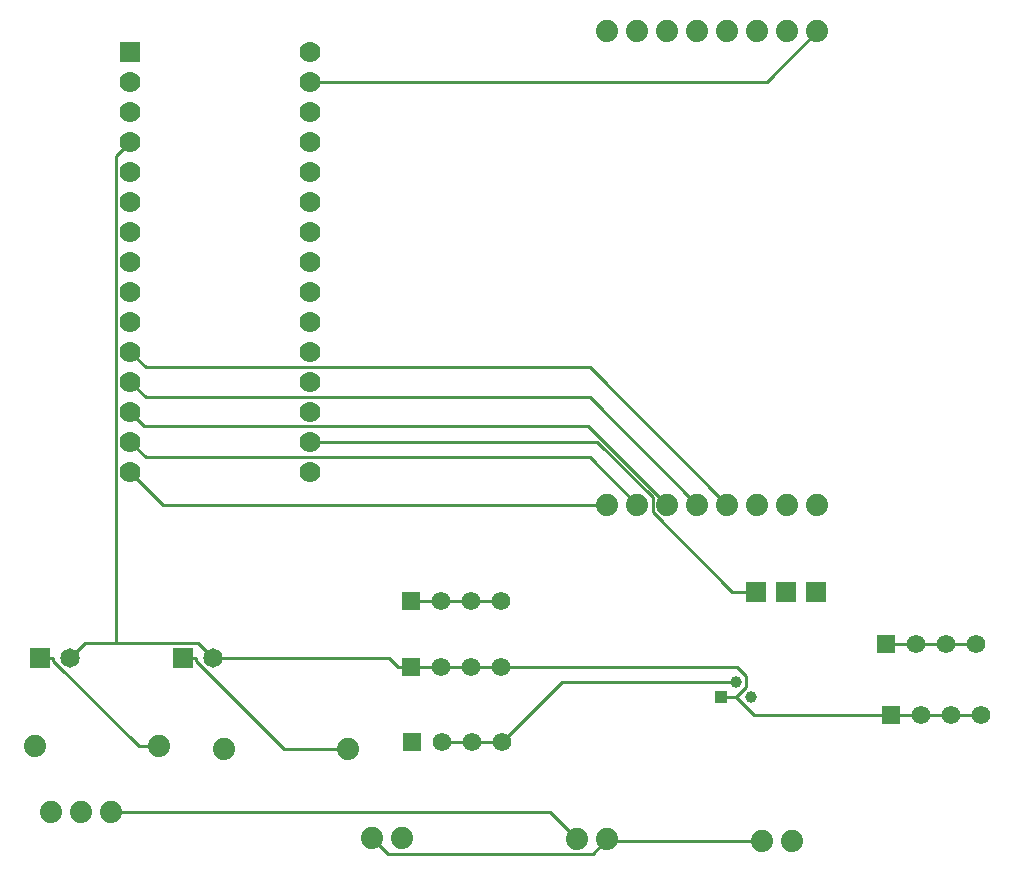
<source format=gtl>
G04 Layer: TopLayer*
G04 EasyEDA v6.3.22, 2020-03-08T18:10:28+01:00*
G04 ad07acf79a374764822efb46aa97c54e,8b17585b6d3b4194b9f3377f08818917,10*
G04 Gerber Generator version 0.2*
G04 Scale: 100 percent, Rotated: No, Reflected: No *
G04 Dimensions in inches *
G04 leading zeros omitted , absolute positions ,2 integer and 4 decimal *
%FSLAX24Y24*%
%MOIN*%
G90*
G70D02*

%ADD10C,0.010000*%
%ADD11C,0.074000*%
%ADD12R,0.062000X0.062000*%
%ADD13C,0.062000*%
%ADD14R,0.070000X0.070000*%
%ADD15C,0.070000*%
%ADD16C,0.039370*%
%ADD17R,0.039370X0.039370*%
%ADD18R,0.065000X0.065000*%
%ADD19C,0.065000*%

%LPD*%
G54D10*
G01X24400Y7200D02*
G01X18600Y7200D01*
G01X16600Y5200D01*
G01X16600Y5200D02*
G01X15600Y5200D01*
G01X15600Y5200D02*
G01X14600Y5200D01*
G01X13550Y7700D02*
G01X13128Y7700D01*
G01X6950Y8000D02*
G01X12828Y8000D01*
G01X13128Y7700D01*
G01X15550Y7700D02*
G01X14550Y7700D01*
G01X14550Y7700D02*
G01X13550Y7700D01*
G01X15550Y7700D02*
G01X16550Y7700D01*
G01X24400Y6700D02*
G01X25000Y6100D01*
G01X29550Y6100D01*
G01X16550Y7700D02*
G01X24428Y7700D01*
G01X24726Y7403D01*
G01X24726Y7025D01*
G01X24400Y6700D01*
G01X24400Y6700D02*
G01X23900Y6700D01*
G01X32550Y6100D02*
G01X31550Y6100D01*
G01X31550Y6100D02*
G01X30550Y6100D01*
G01X30550Y6100D02*
G01X29550Y6100D01*
G01X3725Y8480D02*
G01X3725Y24725D01*
G01X4200Y25200D01*
G01X2200Y8000D02*
G01X2680Y8480D01*
G01X3725Y8480D01*
G01X3725Y8480D02*
G01X6468Y8480D01*
G01X6950Y8000D01*
G01X25250Y1900D02*
G01X20150Y1900D01*
G01X20100Y1950D01*
G01X12250Y2000D02*
G01X12781Y1469D01*
G01X19618Y1469D01*
G01X20100Y1950D01*
G01X32400Y8450D02*
G01X31400Y8450D01*
G01X31400Y8450D02*
G01X30400Y8450D01*
G01X30400Y8450D02*
G01X29400Y8450D01*
G01X3550Y2850D02*
G01X18200Y2850D01*
G01X19100Y1950D01*
G01X16550Y9900D02*
G01X15550Y9900D01*
G01X15550Y9900D02*
G01X14550Y9900D01*
G01X14550Y9900D02*
G01X13550Y9900D01*
G01X6385Y8000D02*
G01X6385Y7890D01*
G01X9327Y4950D01*
G01X11467Y4950D01*
G01X5950Y8000D02*
G01X6385Y8000D01*
G01X1636Y8000D02*
G01X1636Y7890D01*
G01X4476Y5050D01*
G01X5167Y5050D01*
G01X1200Y8000D02*
G01X1636Y8000D01*
G01X10200Y27200D02*
G01X25417Y27200D01*
G01X27096Y28878D01*
G01X25050Y10200D02*
G01X24257Y10200D01*
G01X21614Y12842D01*
G01X21614Y13353D01*
G01X19768Y15200D01*
G01X10200Y15200D01*
G01X4200Y18200D02*
G01X4718Y17680D01*
G01X19514Y17680D01*
G01X24096Y13100D01*
G01X4200Y17200D02*
G01X4718Y16680D01*
G01X19514Y16680D01*
G01X23096Y13100D01*
G01X4200Y16200D02*
G01X4660Y15738D01*
G01X19456Y15738D01*
G01X22096Y13100D01*
G01X21096Y13100D02*
G01X19514Y14680D01*
G01X4718Y14680D01*
G01X4718Y14680D01*
G01X4200Y15200D01*
G01X4200Y14200D02*
G01X5300Y13100D01*
G01X20096Y13100D01*
G01X4200Y14200D02*
G01X5300Y13100D01*
G01X20096Y13100D01*
G54D11*
G01X20096Y13100D03*
G01X21096Y13100D03*
G01X22096Y13100D03*
G01X23096Y13100D03*
G01X24096Y13100D03*
G01X25096Y13100D03*
G01X26096Y13100D03*
G01X27096Y13100D03*
G01X20096Y28879D03*
G01X21096Y28879D03*
G01X22096Y28879D03*
G01X23096Y28879D03*
G01X24096Y28879D03*
G01X25096Y28879D03*
G01X26096Y28879D03*
G01X27096Y28879D03*
G01X1033Y5050D03*
G01X5166Y5050D03*
G01X7333Y4950D03*
G01X11466Y4950D03*
G54D12*
G01X13550Y9900D03*
G54D13*
G01X14550Y9900D03*
G01X15550Y9900D03*
G01X16550Y9900D03*
G54D12*
G01X29400Y8450D03*
G54D13*
G01X30400Y8450D03*
G01X31400Y8450D03*
G01X32400Y8450D03*
G54D12*
G01X29550Y6100D03*
G54D13*
G01X30550Y6100D03*
G01X31550Y6100D03*
G01X32550Y6100D03*
G54D12*
G01X13550Y7700D03*
G54D13*
G01X14550Y7700D03*
G01X15550Y7700D03*
G01X16550Y7700D03*
G54D12*
G01X13600Y5200D03*
G54D13*
G01X14600Y5200D03*
G01X15600Y5200D03*
G01X16600Y5200D03*
G54D14*
G01X27050Y10200D03*
G01X26050Y10200D03*
G01X25050Y10200D03*
G01X4200Y28200D03*
G54D15*
G01X4200Y27200D03*
G01X4200Y26200D03*
G01X4200Y25200D03*
G01X4200Y24200D03*
G01X4200Y23200D03*
G01X4200Y22200D03*
G01X4200Y21200D03*
G01X4200Y20200D03*
G01X4200Y19200D03*
G01X4200Y18200D03*
G01X4200Y17200D03*
G01X4200Y16200D03*
G01X4200Y15200D03*
G01X4200Y14200D03*
G01X10200Y28200D03*
G01X10200Y27200D03*
G01X10200Y26200D03*
G01X10200Y25200D03*
G01X10200Y24200D03*
G01X10200Y23200D03*
G01X10200Y22200D03*
G01X10200Y21200D03*
G01X10200Y20200D03*
G01X10200Y19200D03*
G01X10200Y18200D03*
G01X10200Y17200D03*
G01X10200Y16200D03*
G01X10200Y15200D03*
G01X10200Y14200D03*
G54D11*
G01X19100Y1950D03*
G01X20100Y1950D03*
G01X12250Y2000D03*
G01X13250Y2000D03*
G01X25250Y1900D03*
G01X26250Y1900D03*
G54D16*
G01X24400Y7200D03*
G01X24900Y6700D03*
G54D17*
G01X23900Y6700D03*
G54D11*
G01X1550Y2850D03*
G01X2550Y2850D03*
G01X3550Y2850D03*
G54D18*
G01X1200Y8000D03*
G54D19*
G01X2200Y8000D03*
G54D18*
G01X5950Y8000D03*
G54D19*
G01X6950Y8000D03*
M00*
M02*

</source>
